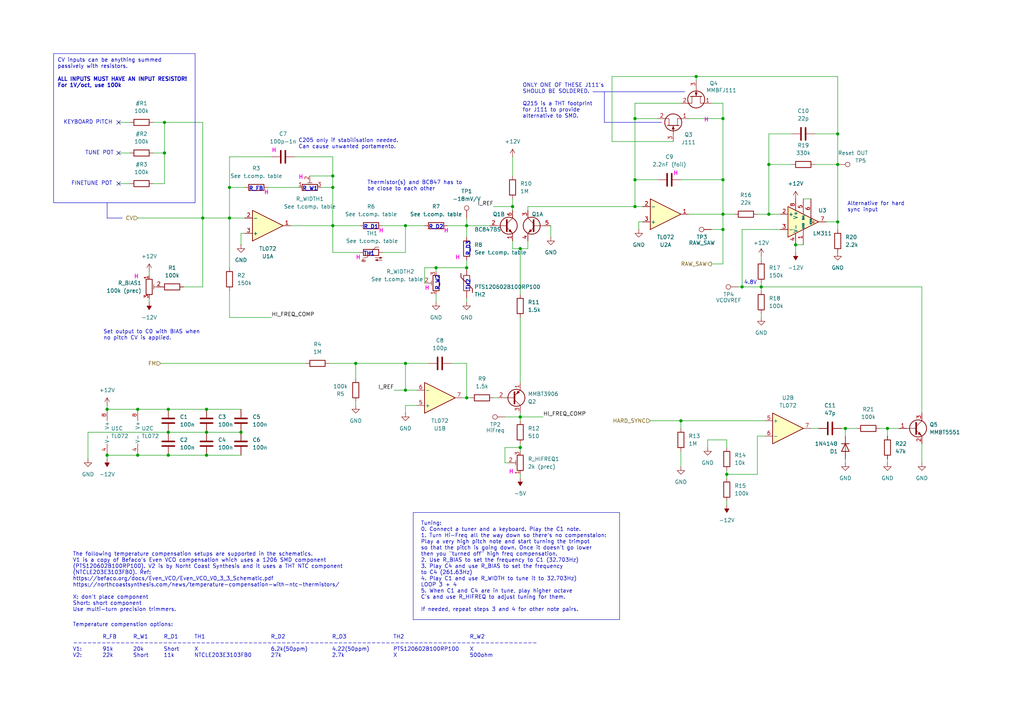
<source format=kicad_sch>
(kicad_sch (version 20250114) (generator "eeschema") (generator_version "9.0")
  (paper "User" 340 240)
  (lib_symbols
    (symbol "Amplifier_Operational:TL072" (pin_names (offset 0.127))
      (property "Reference" "U" (at 0 5.08 0))
      (property "Value" "TL072" (at 0 -5.08 0))
      (symbol "TL072_1_1"
        (pin input line (at -7.62 2.54 0) (length 2.54) (name "+") (number "3"))
        (pin input line (at -7.62 -2.54 0) (length 2.54) (name "-") (number "2"))
        (pin output line (at 7.62 0 180) (length 2.54) (name "~") (number "1"))
      )
      (symbol "TL072_2_1"
        (pin input line (at -7.62 2.54 0) (length 2.54) (name "+") (number "5"))
        (pin input line (at -7.62 -2.54 0) (length 2.54) (name "-") (number "6"))
        (pin output line (at 7.62 0 180) (length 2.54) (name "~") (number "7"))
      )
      (symbol "TL072_3_1"
        (pin power_in line (at -2.54 7.62 270) (length 3.81) (name "V+") (number "8"))
        (pin power_in line (at -2.54 -7.62 90) (length 3.81) (name "V-") (number "4"))
      )
    )
    (symbol "Comparator:LM311" (pin_names (offset 0.127))
      (property "Reference" "U" (at 3.81 6.35 0))
      (property "Value" "LM311" (at 3.81 3.81 0))
      (symbol "LM311_1_1"
        (pin input line (at -7.62 2.54 0) (length 2.54) (name "+") (number "2"))
        (pin input line (at -7.62 -2.54 0) (length 2.54) (name "-") (number "3"))
        (pin power_in line (at -2.54 7.62 270) (length 3.81) (name "V+") (number "8"))
        (pin power_in line (at -2.54 -7.62 90) (length 3.81) (name "V-") (number "4"))
        (pin input line (at 0 7.62 270) (length 5.08) (name "BAL") (number "5"))
        (pin passive line (at 0 -7.62 90) (length 5.08) (name "GND") (number "1"))
        (pin input line (at 2.54 7.62 270) (length 6.35) (name "STRB") (number "6"))
        (pin open_collector line (at 7.62 0 180) (length 2.54) (name "~") (number "7"))
      )
    )
    (symbol "Connector:TestPoint" (pin_numbers (hide yes)) (pin_names (offset 0.762) (hide yes))
      (property "Reference" "TP" (at 0 6.858 0))
      (property "Value" "TestPoint" (at 0 5.08 0))
      (symbol "TestPoint_1_1"
        (pin passive line (at 0 0 90) (length 2.54) (name "1") (number "1"))
      )
    )
    (symbol "Device:C" (pin_numbers (hide yes)) (pin_names (offset 0.254))
      (property "Reference" "C" (at 0.635 2.54 0))
      (property "Value" "C" (at 0.635 -2.54 0))
      (symbol "C_1_1"
        (pin passive line (at 0 3.81 270) (length 2.794) (name "~") (number "1"))
        (pin passive line (at 0 -3.81 90) (length 2.794) (name "~") (number "2"))
      )
    )
    (symbol "Device:D" (pin_numbers (hide yes)) (pin_names (offset 1.016) (hide yes))
      (property "Reference" "D" (at 0 2.54 0))
      (property "Value" "D" (at 0 -2.54 0))
      (symbol "D_1_1"
        (pin passive line (at -3.81 0 0) (length 2.54) (name "K") (number "1"))
        (pin passive line (at 3.81 0 180) (length 2.54) (name "A") (number "2"))
      )
    )
    (symbol "Device:R" (pin_numbers (hide yes)) (pin_names (offset 0))
      (property "Reference" "R" (at 2.032 0 90))
      (property "Value" "R" (at 0 0 90))
      (symbol "R_1_1"
        (pin passive line (at 0 3.81 270) (length 1.27) (name "~") (number "1"))
        (pin passive line (at 0 -3.81 90) (length 1.27) (name "~") (number "2"))
      )
    )
    (symbol "Device:R_Potentiometer_Trim" (pin_names (offset 1.016) (hide yes))
      (property "Reference" "RV" (at -4.445 0 90))
      (property "Value" "R_Potentiometer_Trim" (at -2.54 0 90))
      (symbol "R_Potentiometer_Trim_1_1"
        (pin passive line (at 0 3.81 270) (length 1.27) (name "1") (number "1"))
        (pin passive line (at 0 -3.81 90) (length 1.27) (name "3") (number "3"))
        (pin passive line (at 3.81 0 180) (length 1.27) (name "2") (number "2"))
      )
    )
    (symbol "Device:Thermistor" (pin_numbers (hide yes)) (pin_names (offset 0))
      (property "Reference" "TH" (at 2.54 1.27 90))
      (property "Value" "Thermistor" (at -2.54 0 90))
      (symbol "Thermistor_1_1"
        (pin passive line (at 0 5.08 270) (length 2.54) (name "~") (number "1"))
        (pin passive line (at 0 -5.08 90) (length 2.54) (name "~") (number "2"))
      )
    )
    (symbol "Device:Thermistor_NTC" (pin_numbers (hide yes)) (pin_names (offset 0))
      (property "Reference" "TH" (at -4.445 0 90))
      (property "Value" "Thermistor_NTC" (at 3.175 0 90))
      (symbol "Thermistor_NTC_1_1"
        (pin passive line (at 0 3.81 270) (length 1.27) (name "~") (number "1"))
        (pin passive line (at 0 -3.81 90) (length 1.27) (name "~") (number "2"))
      )
    )
    (symbol "Transistor_BJT:2N3906" (pin_names (offset 0) (hide yes))
      (property "Reference" "Q" (at 5.08 1.905 0))
      (property "Value" "2N3906" (at 5.08 0 0))
      (symbol "2N3906_1_1"
        (pin input line (at -5.08 0 0) (length 2.54) (name "B") (number "2"))
        (pin passive line (at 2.54 5.08 270) (length 2.54) (name "C") (number "3"))
        (pin passive line (at 2.54 -5.08 90) (length 2.54) (name "E") (number "1"))
      )
    )
    (symbol "Transistor_BJT:BC847BS" (pin_names (offset 0) (hide yes))
      (property "Reference" "Q" (at 5.08 1.27 0))
      (property "Value" "BC847BS" (at 5.08 -1.27 0))
      (symbol "BC847BS_1_1"
        (pin input line (at -5.08 0 0) (length 2.54) (name "B1") (number "2"))
        (pin passive line (at 2.54 5.08 270) (length 2.54) (name "C1") (number "6"))
        (pin passive line (at 2.54 -5.08 90) (length 2.54) (name "E1") (number "1"))
      )
      (symbol "BC847BS_2_1"
        (pin input line (at -5.08 0 0) (length 2.54) (name "B2") (number "5"))
        (pin passive line (at 2.54 5.08 270) (length 2.54) (name "C2") (number "3"))
        (pin passive line (at 2.54 -5.08 90) (length 2.54) (name "E2") (number "4"))
      )
    )
    (symbol "Transistor_BJT:MMBT5551L" (pin_names (offset 0) (hide yes))
      (property "Reference" "Q" (at 5.08 1.905 0))
      (property "Value" "MMBT5551L" (at 5.08 0 0))
      (symbol "MMBT5551L_1_1"
        (pin input line (at -5.08 0 0) (length 2.54) (name "B") (number "1"))
        (pin passive line (at 2.54 5.08 270) (length 2.54) (name "C") (number "3"))
        (pin passive line (at 2.54 -5.08 90) (length 2.54) (name "E") (number "2"))
      )
    )
    (symbol "Transistor_FET:MMBFJ111" (pin_names (hide yes))
      (property "Reference" "Q" (at 5.08 1.905 0))
      (property "Value" "MMBFJ111" (at 5.08 0 0))
      (symbol "MMBFJ111_1_1"
        (pin input line (at -5.08 0 0) (length 2.54) (name "G") (number "3"))
        (pin passive line (at 2.54 5.08 270) (length 2.54) (name "D") (number "1"))
        (pin passive line (at 2.54 -5.08 90) (length 2.54) (name "S") (number "2"))
      )
    )
    (symbol "power:+12V" (power) (pin_numbers (hide yes)) (pin_names (offset 0) (hide yes))
      (property "Value" "+12V" (at 0 3.556 0))
      (symbol "+12V_1_1"
        (pin power_in line (at 0 0 90) (length 0) (name "~") (number "1"))
      )
    )
    (symbol "power:-12V" (power) (pin_numbers (hide yes)) (pin_names (offset 0) (hide yes))
      (property "Value" "-12V" (at 0 3.556 0))
      (symbol "-12V_0_0"
        (pin power_in line (at 0 0 90) (length 0) (name "~") (number "1"))
      )
    )
    (symbol "power:-5V" (power) (pin_numbers (hide yes)) (pin_names (offset 0) (hide yes))
      (property "Value" "-5V" (at 0 3.556 0))
      (symbol "-5V_0_0"
        (pin power_in line (at 0 0 90) (length 0) (name "~") (number "1"))
      )
    )
    (symbol "power:GND" (power) (pin_numbers (hide yes)) (pin_names (offset 0) (hide yes))
      (property "Value" "GND" (at 0 -3.81 0))
      (symbol "GND_1_1"
        (pin power_in line (at 0 0 270) (length 0) (name "~") (number "1"))
      )
    )
  )
  (rectangle (start 137.16 170.18) (end 205.74 205.74) (fill (type color) (color 255 255 255 1)))
  (rectangle (start 17.78 17.78) (end 64.77 67.31))
  (text "ONLY ONE OF THESE J111's\nSHOULD BE SOLDERED.\n\nQ215 is a THT footprint\nfor J111 to provide \nalternative to SMD." (at 173.482 33.528 0) (effects (font (size 1.27 1.27)) (justify left)))
  (text "R_W2" (at 146.05 96.52 90) (effects (font (size 1.27 1.27) (thickness 0.254) (bold yes)) (justify left bottom)))
  (text "H" (at 223.52 58.42 0) (effects (font (size 1.27 1.27) (thickness 0.254) (bold yes)) (justify left bottom)))
  (text "TH2" (at 156.21 96.52 90) (effects (font (size 1.27 1.27) (thickness 0.254) (bold yes)) (justify left bottom)))
  (text "H" (at 151.13 86.36 0) (effects (font (size 1.27 1.27) (thickness 0.254) (bold yes)) (justify left bottom)))
  (text "Tuning:\n0. Connect a tuner and a keyboard. Play the C1 note. \n1. Turn Hi-Freq all the way down so there's no compenstaion:\nPlay a very high pitch note and start turning the trimpot\nso that the pitch is going down. Once it doesn't go lower\nthen you \"turned off\" high freq compensation.\n2. Use R_BIAS to set the frequency to C1 (32.703Hz)\n3. Play C4 and use R_BIAS to set the frequency \nto C4 (261.63Hz)\n4. Play C1 and use R_WIDTH to tune it to 32.703Hz)\nLOOP 3 + 4\n5. When C1 and C4 are in tune, play higher octave \nC's and use R_HIFREQ to adjust tuning for them.\n\nIf needed, repeat steps 3 and 4 for other note pairs." (at 139.7 203.2 0) (effects (font (size 1.27 1.27)) (justify left bottom)))
  (text "R_W1" (at 100.33 63.5 0) (effects (font (size 1.27 1.27) (thickness 0.254) (bold yes)) (justify left bottom)))
  (text "C205 only if stabilisation needed.\nCan cause unwanted portamento." (at 99.06 49.53 0) (effects (font (size 1.27 1.27)) (justify left bottom)))
  (text "Thermistor(s) and BC847 has to \nbe close to each other" (at 121.92 63.5 0) (effects (font (size 1.27 1.27)) (justify left bottom)))
  (text "ALL INPUTS MUST HAVE AN INPUT RESISTOR!\nFor 1V/oct, use 100k" (at 19.05 29.21 0) (effects (font (size 1.27 1.27) (thickness 0.254) (bold yes)) (justify left bottom)))
  (text "H" (at 125.73 77.47 0) (effects (font (size 1.27 1.27) (thickness 0.254) (bold yes)) (justify left bottom)))
  (text "Alternative for hard \nsync input" (at 281.305 70.485 0) (effects (font (size 1.27 1.27)) (justify left bottom)))
  (text "Temperature compenstion options:\n\n		R_FB	R_W1	R_D1	TH1					R_D2			R_D3			TH2					R_W2\n--------------------------------------------------------------------------------------------------\nV1: 	91k		20k		Short	X					6.2k(50ppm)		4.22(50ppm)		PTS120602B100RP100	X\nV2: 	22k		Short	11k		NTCLE203E3103FB0	27k				2.7k			X					500ohm\n" (at 24.13 218.44 0) (effects (font (size 1.27 1.27)) (justify left bottom)))
  (text "CV inputs can be anything summed \npassively with resistors.\n" (at 19.05 22.86 0) (effects (font (size 1.27 1.27) (thickness 0.1588)) (justify left bottom)))
  (text "KEYBOARD PITCH" (at 29.21 40.64 0) (effects (font (size 1.27 1.27))))
  (text "H" (at 147.32 77.47 0) (effects (font (size 1.27 1.27) (thickness 0.254) (bold yes)) (justify left bottom)))
  (text "H" (at 168.91 157.48 0) (effects (font (size 1.27 1.27) (thickness 0.254) (bold yes)) (justify left bottom)))
  (text "TUNE POT" (at 33.02 50.8 0) (effects (font (size 1.27 1.27))))
  (text "The following temperature compensation setups are supported in the schematics.\nV1 is a copy of Befaco's Even VCO compensation which uses a 1206 SMD component \n(PTS120602B100RP100). V2 is by Norht Coast Synthesis and it uses a THT NTC component \n(NTCLE203E3103FB0). Ref:\nhttps://befaco.org/docs/Even_VCO/Even_VCO_V0_3_3_Schematic.pdf\nhttps://northcoastsynthesis.com/news/temperature-compensation-with-ntc-thermistors/\n\nX: don't place component\nShort: short component\nUse multi-turn precision trimmers." (at 24.13 203.2 0) (effects (font (size 1.27 1.27)) (justify left bottom)))
  (text "TH1" (at 120.65 85.09 0) (effects (font (size 1.27 1.27) (thickness 0.254) (bold yes)) (justify left bottom)))
  (text "R_FB" (at 82.55 63.5 0) (effects (font (size 1.27 1.27) (thickness 0.254) (bold yes)) (justify left bottom)))
  (text "H" (at 99.06 59.69 0) (effects (font (size 1.27 1.27) (thickness 0.254) (bold yes)) (justify left bottom)))
  (text "H" (at 233.68 40.64 0) (effects (font (size 1.27 1.27) (thickness 0.254) (bold yes)) (justify left bottom)))
  (text "FINETUNE POT" (at 30.48 60.96 0) (effects (font (size 1.27 1.27))))
  (text "H" (at 44.45 92.71 0) (effects (font (size 1.27 1.27) (thickness 0.254) (bold yes)) (justify left bottom)))
  (text "R_D3" (at 156.21 85.09 90) (effects (font (size 1.27 1.27) (thickness 0.254) (bold yes)) (justify left bottom)))
  (text "R_D1" (at 120.65 76.2 0) (effects (font (size 1.27 1.27) (thickness 0.254) (bold yes)) (justify left bottom)))
  (text "Set output to C0 with BIAS when\nno pitch CV is applied." (at 34.29 113.03 0) (effects (font (size 1.27 1.27)) (justify left bottom)))
  (text "H" (at 118.11 86.36 0) (effects (font (size 1.27 1.27) (thickness 0.254) (bold yes)) (justify left bottom)))
  (text "R_D2" (at 142.24 76.2 0) (effects (font (size 1.27 1.27) (thickness 0.254) (bold yes)) (justify left bottom)))
  (text "H" (at 90.17 50.8 0) (effects (font (size 1.27 1.27) (thickness 0.254) (bold yes)) (justify left bottom)))
  (text "H" (at 87.63 64.77 0) (effects (font (size 1.27 1.27) (thickness 0.254) (bold yes)) (justify left bottom)))
  (text "H" (at 140.97 96.52 0) (effects (font (size 1.27 1.27) (thickness 0.254) (bold yes)) (justify left bottom)))
  (text "4.8V" (at 247.015 94.615 0) (effects (font (size 1.27 1.27)) (justify left bottom)))
  (junction (at 80.01 143.51))
  (junction (at 172.72 138.43))
  (junction (at 45.72 151.13))
  (junction (at 55.88 135.89))
  (junction (at 134.62 129.54))
  (junction (at 154.94 88.9))
  (junction (at 240.03 59.69))
  (junction (at 55.88 143.51))
  (junction (at 172.72 148.59))
  (junction (at 35.56 135.89))
  (junction (at 170.18 68.58))
  (junction (at 280.67 142.24))
  (junction (at 240.03 71.12))
  (junction (at 68.58 151.13))
  (junction (at 35.56 151.13))
  (junction (at 252.73 95.25))
  (junction (at 241.3 157.48))
  (junction (at 67.31 72.39))
  (junction (at 110.49 62.23))
  (junction (at 278.13 44.45))
  (junction (at 172.72 82.55))
  (junction (at 231.14 25.4))
  (junction (at 246.38 95.25))
  (junction (at 240.03 39.37))
  (junction (at 110.49 58.42))
  (junction (at 68.58 135.89))
  (junction (at 226.06 139.7))
  (junction (at 154.94 74.93))
  (junction (at 294.64 142.24))
  (junction (at 210.82 59.69))
  (junction (at 210.82 39.37))
  (junction (at 134.62 74.93))
  (junction (at 134.62 120.65))
  (junction (at 278.13 73.66))
  (junction (at 76.2 62.23))
  (junction (at 54.61 40.64))
  (junction (at 54.61 50.8))
  (junction (at 240.03 76.2))
  (junction (at 68.58 143.51))
  (junction (at 76.2 72.39))
  (junction (at 110.49 74.93))
  (junction (at 55.88 151.13))
  (junction (at 144.78 88.9))
  (junction (at 278.13 54.61))
  (junction (at 210.82 68.58))
  (junction (at 255.27 71.12))
  (junction (at 154.94 132.08))
  (junction (at 264.16 81.28))
  (junction (at 45.72 135.89))
  (junction (at 255.27 54.61))
  (junction (at 118.11 120.65))
  (no_connect (at 39.37 40.64))
  (no_connect (at 39.37 50.8))
  (no_connect (at 39.37 60.96))
  (wire (pts (xy 215.9 139.7) (xy 226.06 139.7)))
  (wire (pts (xy 241.3 157.48) (xy 251.46 157.48)))
  (wire (pts (xy 252.73 85.09) (xy 252.73 86.36)))
  (wire (pts (xy 76.2 72.39) (xy 76.2 88.9)))
  (wire (pts (xy 294.64 142.24) (xy 294.64 144.78)))
  (wire (pts (xy 210.82 59.69) (xy 210.82 68.58)))
  (wire (pts (xy 54.61 60.96) (xy 50.8 60.96)))
  (wire (pts (xy 68.58 143.51) (xy 80.01 143.51)))
  (wire (pts (xy 142.24 120.65) (xy 134.62 120.65)))
  (wire (pts (xy 49.53 99.06) (xy 49.53 100.33)))
  (wire (pts (xy 175.26 69.85) (xy 175.26 68.58)))
  (wire (pts (xy 255.27 54.61) (xy 255.27 71.12)))
  (wire (pts (xy 154.94 120.65) (xy 154.94 132.08)))
  (wire (pts (xy 278.13 54.61) (xy 278.13 73.66)))
  (wire (pts (xy 240.03 76.2) (xy 240.03 87.63)))
  (wire (pts (xy 212.09 73.66) (xy 212.09 76.2)))
  (wire (pts (xy 234.95 146.05) (xy 241.3 146.05)))
  (wire (pts (xy 240.03 87.63) (xy 236.22 87.63)))
  (wire (pts (xy 76.2 105.41) (xy 76.2 96.52)))
  (wire (pts (xy 110.49 58.42) (xy 110.49 62.23)))
  (wire (pts (xy 168.91 153.67) (xy 167.64 153.67)))
  (wire (pts (xy 294.64 152.4) (xy 294.64 153.67)))
  (wire (pts (xy 67.31 72.39) (xy 67.31 95.25)))
  (wire (pts (xy 163.83 132.08) (xy 165.1 132.08)))
  (wire (pts (xy 110.49 52.07) (xy 110.49 58.42)))
  (wire (pts (xy 140.97 93.98) (xy 140.97 88.9)))
  (wire (pts (xy 110.49 83.82) (xy 110.49 74.93)))
  (wire (pts (xy 102.87 58.42) (xy 110.49 58.42)))
  (wire (pts (xy 35.56 151.13) (xy 35.56 152.4)))
  (wire (pts (xy 170.18 68.58) (xy 170.18 69.85)))
  (wire (pts (xy 134.62 134.62) (xy 134.62 137.16)))
  (wire (pts (xy 45.72 72.39) (xy 67.31 72.39)))
  (wire (pts (xy 54.61 50.8) (xy 54.61 60.96)))
  (wire (pts (xy 280.67 142.24) (xy 280.67 144.78)))
  (wire (pts (xy 167.64 148.59) (xy 172.72 148.59)))
  (wire (pts (xy 251.46 71.12) (xy 255.27 71.12)))
  (wire (pts (xy 96.52 74.93) (xy 110.49 74.93)))
  (wire (pts (xy 226.06 149.86) (xy 226.06 154.94)))
  (wire (pts (xy 213.36 73.66) (xy 212.09 73.66)))
  (wire (pts (xy 241.3 167.64) (xy 241.3 166.37)))
  (wire (pts (xy 154.94 72.39) (xy 154.94 74.93)))
  (wire (pts (xy 154.94 132.08) (xy 156.21 132.08)))
  (wire (pts (xy 270.51 44.45) (xy 278.13 44.45)))
  (wire (pts (xy 154.94 86.36) (xy 154.94 88.9)))
  (wire (pts (xy 240.03 34.29) (xy 240.03 39.37)))
  (wire (pts (xy 172.72 105.41) (xy 172.72 127)))
  (wire (pts (xy 67.31 40.64) (xy 67.31 72.39)))
  (wire (pts (xy 170.18 66.04) (xy 170.18 68.58)))
  (wire (pts (xy 154.94 74.93) (xy 162.56 74.93)))
  (wire (pts (xy 172.72 147.32) (xy 172.72 148.59)))
  (wire (pts (xy 76.2 52.07) (xy 76.2 62.23)))
  (wire (pts (xy 252.73 104.14) (xy 252.73 105.41)))
  (wire (pts (xy 76.2 72.39) (xy 81.28 72.39)))
  (wire (pts (xy 236.22 34.29) (xy 240.03 34.29)))
  (wire (pts (xy 80.01 77.47) (xy 80.01 81.28)))
  (wire (pts (xy 240.03 71.12) (xy 243.84 71.12)))
  (wire (pts (xy 118.11 134.62) (xy 118.11 133.35)))
  (wire (pts (xy 172.72 148.59) (xy 172.72 149.86)))
  (wire (pts (xy 88.9 62.23) (xy 99.06 62.23)))
  (wire (pts (xy 154.94 74.93) (xy 154.94 78.74)))
  (wire (pts (xy 210.82 39.37) (xy 218.44 39.37)))
  (wire (pts (xy 119.38 83.82) (xy 110.49 83.82)))
  (wire (pts (xy 170.18 82.55) (xy 172.72 82.55)))
  (wire (pts (xy 134.62 120.65) (xy 134.62 129.54)))
  (wire (pts (xy 134.62 74.93) (xy 140.97 74.93)))
  (wire (pts (xy 170.18 52.07) (xy 170.18 58.42)))
  (wire (pts (xy 49.53 90.17) (xy 49.53 91.44)))
  (wire (pts (xy 167.64 138.43) (xy 172.72 138.43)))
  (wire (pts (xy 246.38 76.2) (xy 246.38 95.25)))
  (wire (pts (xy 240.03 71.12) (xy 228.6 71.12)))
  (wire (pts (xy 306.07 147.32) (xy 306.07 153.67)))
  (wire (pts (xy 76.2 62.23) (xy 76.2 72.39)))
  (wire (pts (xy 172.72 157.48) (xy 172.72 158.75)))
  (wire (pts (xy 127 83.82) (xy 134.62 83.82)))
  (wire (pts (xy 29.21 152.4) (xy 29.21 143.51)))
  (wire (pts (xy 210.82 39.37) (xy 210.82 59.69)))
  (wire (pts (xy 306.07 95.25) (xy 306.07 137.16)))
  (wire (pts (xy 236.22 76.2) (xy 240.03 76.2)))
  (wire (pts (xy 110.49 74.93) (xy 119.38 74.93)))
  (wire (pts (xy 241.3 157.48) (xy 241.3 158.75)))
  (wire (pts (xy 223.52 46.99) (xy 203.2 46.99)))
  (wire (pts (xy 246.38 76.2) (xy 259.08 76.2)))
  (wire (pts (xy 264.16 81.28) (xy 266.7 81.28)))
  (wire (pts (xy 255.27 44.45) (xy 255.27 54.61)))
  (wire (pts (xy 127 74.93) (xy 134.62 74.93)))
  (wire (pts (xy 154.94 99.06) (xy 154.94 100.33)))
  (wire (pts (xy 109.22 120.65) (xy 118.11 120.65)))
  (wire (pts (xy 90.17 52.07) (xy 76.2 52.07)))
  (wire (pts (xy 134.62 129.54) (xy 138.43 129.54)))
  (wire (pts (xy 144.78 88.9) (xy 154.94 88.9)))
  (wire (pts (xy 231.14 25.4) (xy 278.13 25.4)))
  (wire (pts (xy 278.13 44.45) (xy 278.13 54.61)))
  (wire (pts (xy 271.78 142.24) (xy 269.24 142.24)))
  (wire (pts (xy 130.81 129.54) (xy 134.62 129.54)))
  (wire (pts (xy 67.31 72.39) (xy 76.2 72.39)))
  (wire (pts (xy 118.11 120.65) (xy 134.62 120.65)))
  (wire (pts (xy 134.62 83.82) (xy 134.62 74.93)))
  (wire (pts (xy 226.06 59.69) (xy 240.03 59.69)))
  (wire (pts (xy 54.61 40.64) (xy 54.61 50.8)))
  (wire (pts (xy 172.72 138.43) (xy 180.34 138.43)))
  (wire (pts (xy 68.58 151.13) (xy 80.01 151.13)))
  (wire (pts (xy 228.6 39.37) (xy 240.03 39.37)))
  (polyline (pts (xy 200.66 30.48) (xy 200.66 40.64)))
  (wire (pts (xy 172.72 82.55) (xy 175.26 82.55)))
  (wire (pts (xy 172.72 137.16) (xy 172.72 138.43)))
  (wire (pts (xy 167.64 153.67) (xy 167.64 148.59)))
  (wire (pts (xy 60.96 95.25) (xy 67.31 95.25)))
  (wire (pts (xy 252.73 95.25) (xy 306.07 95.25)))
  (wire (pts (xy 55.88 143.51) (xy 68.58 143.51)))
  (wire (pts (xy 240.03 39.37) (xy 240.03 59.69)))
  (wire (pts (xy 279.4 142.24) (xy 280.67 142.24)))
  (wire (pts (xy 29.21 143.51) (xy 55.88 143.51)))
  (wire (pts (xy 203.2 25.4) (xy 231.14 25.4)))
  (wire (pts (xy 175.26 80.01) (xy 175.26 82.55)))
  (wire (pts (xy 54.61 40.64) (xy 67.31 40.64)))
  (wire (pts (xy 246.38 95.25) (xy 252.73 95.25)))
  (wire (pts (xy 39.37 60.96) (xy 43.18 60.96)))
  (wire (pts (xy 251.46 144.78) (xy 254 144.78)))
  (wire (pts (xy 240.03 59.69) (xy 240.03 71.12)))
  (wire (pts (xy 144.78 97.79) (xy 144.78 100.33)))
  (wire (pts (xy 45.72 151.13) (xy 55.88 151.13)))
  (wire (pts (xy 210.82 68.58) (xy 213.36 68.58)))
  (wire (pts (xy 245.11 95.25) (xy 246.38 95.25)))
  (wire (pts (xy 81.28 62.23) (xy 76.2 62.23)))
  (wire (pts (xy 68.58 135.89) (xy 80.01 135.89)))
  (wire (pts (xy 50.8 40.64) (xy 54.61 40.64)))
  (wire (pts (xy 35.56 151.13) (xy 45.72 151.13)))
  (wire (pts (xy 262.89 44.45) (xy 255.27 44.45)))
  (wire (pts (xy 280.67 153.67) (xy 280.67 152.4)))
  (wire (pts (xy 144.78 88.9) (xy 144.78 90.17)))
  (wire (pts (xy 262.89 54.61) (xy 255.27 54.61)))
  (wire (pts (xy 241.3 156.21) (xy 241.3 157.48)))
  (wire (pts (xy 292.1 142.24) (xy 294.64 142.24)))
  (wire (pts (xy 175.26 68.58) (xy 210.82 68.58)))
  (wire (pts (xy 278.13 73.66) (xy 274.32 73.66)))
  (wire (pts (xy 234.95 148.59) (xy 234.95 146.05)))
  (wire (pts (xy 240.03 71.12) (xy 240.03 76.2)))
  (wire (pts (xy 252.73 96.52) (xy 252.73 95.25)))
  (wire (pts (xy 210.82 34.29) (xy 210.82 39.37)))
  (wire (pts (xy 50.8 50.8) (xy 54.61 50.8)))
  (polyline (pts (xy 196.85 30.48) (xy 227.33 30.48)))
  (wire (pts (xy 110.49 62.23) (xy 106.68 62.23)))
  (wire (pts (xy 226.06 139.7) (xy 254 139.7)))
  (wire (pts (xy 294.64 142.24) (xy 298.45 142.24)))
  (wire (pts (xy 149.86 120.65) (xy 154.94 120.65)))
  (wire (pts (xy 170.18 80.01) (xy 170.18 82.55)))
  (wire (pts (xy 182.88 74.93) (xy 182.88 78.74)))
  (wire (pts (xy 110.49 74.93) (xy 110.49 62.23)))
  (wire (pts (xy 39.37 40.64) (xy 43.18 40.64)))
  (wire (pts (xy 35.56 135.89) (xy 45.72 135.89)))
  (wire (pts (xy 39.37 50.8) (xy 43.18 50.8)))
  (wire (pts (xy 45.72 135.89) (xy 55.88 135.89)))
  (polyline (pts (xy 35.56 67.31) (xy 35.56 72.39)))
  (wire (pts (xy 138.43 134.62) (xy 134.62 134.62)))
  (wire (pts (xy 226.06 139.7) (xy 226.06 142.24)))
  (wire (pts (xy 241.3 146.05) (xy 241.3 148.59)))
  (wire (pts (xy 203.2 46.99) (xy 203.2 25.4)))
  (wire (pts (xy 81.28 77.47) (xy 80.01 77.47)))
  (wire (pts (xy 264.16 83.82) (xy 264.16 81.28)))
  (wire (pts (xy 153.67 132.08) (xy 154.94 132.08)))
  (wire (pts (xy 252.73 93.98) (xy 252.73 95.25)))
  (wire (pts (xy 255.27 71.12) (xy 259.08 71.12)))
  (wire (pts (xy 270.51 54.61) (xy 278.13 54.61)))
  (wire (pts (xy 140.97 88.9) (xy 144.78 88.9)))
  (wire (pts (xy 118.11 120.65) (xy 118.11 125.73)))
  (wire (pts (xy 172.72 82.55) (xy 172.72 97.79)))
  (wire (pts (xy 35.56 134.62) (xy 35.56 135.89)))
  (wire (pts (xy 148.59 74.93) (xy 154.94 74.93)))
  (wire (pts (xy 251.46 157.48) (xy 251.46 144.78)))
  (wire (pts (xy 90.17 105.41) (xy 76.2 105.41)))
  (wire (pts (xy 231.14 25.4) (xy 231.14 26.67)))
  (polyline (pts (xy 40.64 72.39) (xy 35.56 72.39)))
  (wire (pts (xy 218.44 59.69) (xy 210.82 59.69)))
  (wire (pts (xy 172.72 138.43) (xy 172.72 139.7)))
  (wire (pts (xy 266.7 66.04) (xy 269.24 66.04)))
  (wire (pts (xy 55.88 151.13) (xy 68.58 151.13)))
  (wire (pts (xy 280.67 142.24) (xy 284.48 142.24)))
  (wire (pts (xy 210.82 34.29) (xy 226.06 34.29)))
  (wire (pts (xy 53.34 120.65) (xy 101.6 120.65)))
  (wire (pts (xy 163.83 68.58) (xy 170.18 68.58)))
  (wire (pts (xy 55.88 135.89) (xy 68.58 135.89)))
  (wire (pts (xy 97.79 52.07) (xy 110.49 52.07)))
  (wire (pts (xy 278.13 73.66) (xy 278.13 76.2)))
  (polyline (pts (xy 200.66 40.64) (xy 219.71 40.64)))
  (wire (pts (xy 278.13 44.45) (xy 278.13 25.4)))
  (label "I_REF" (at 163.83 68.58 180))
  (label "HI_FREQ_COMP" (at 90.17 105.41 0))
  (label "HI_FREQ_COMP" (at 180.34 138.43 0))
  (label "I_REF" (at 130.81 129.54 180))
  (hierarchical_label "RAW_SAW" (shape output) (at 236.22 87.63 180))
  (hierarchical_label "HARD_SYNC" (shape input) (at 215.9 139.7 180))
  (hierarchical_label "FM" (shape input) (at 53.34 120.65 180))
  (hierarchical_label "CV" (shape input) (at 45.72 72.39 180))
  (symbol (lib_id "Device:C") (at 55.88 139.7 0) (unit 1)
    (property "Reference" "C1" (at 59.69 138.43 0) (effects (justify left)))
    (property "Value" "100n" (at 59.69 140.97 0) (effects (justify left)))
    (property "Footprint" "Capacitor_SMD:C_0603_1608Metric" (effects (hide yes)))
    (property "LCSC" "C14663" (effects (hide yes)))
  )
  (symbol (lib_id "power:+12V") (at 49.53 90.17 0) (unit 1)
    (property "Reference" "#PWR05" (effects (hide yes)))
    (property "Value" "+12V" (at 49.53 85.09 0))
    (property "Description" "Power symbol creates a global label with name \"+12V\"" (effects (hide yes)))
  )
  (symbol (lib_id "Transistor_BJT:MMBT5551L") (at 303.53 142.24 0) (unit 1)
    (property "Reference" "Q5" (at 308.61 140.9699 0) (effects (justify left)))
    (property "Value" "MMBT5551" (at 308.61 143.5099 0) (effects (justify left)))
    (property "Footprint" "Package_TO_SOT_SMD:SOT-23" (effects (hide yes)))
    (property "Datasheet" "www.onsemi.com/pub/Collateral/MMBT5550LT1-D.PDF" (effects (hide yes)))
    (property "Description" "0.6A Ic, 160V Vce, NPN Transistor, SOT-23" (effects (hide yes)))
    (property "LCSC" "C2145" (effects (hide yes)))
  )
  (symbol (lib_id "Device:R") (at 144.78 74.93 90) (unit 1) (in_bom no)
    (property "Reference" "R7" (at 144.78 68.58 90))
    (property "Value" "See t.comp. table" (at 144.78 71.12 90))
    (property "Footprint" "Shmoergh_Custom_Footprints:R_Axial_DIN0207_L6.3mm_D2.5mm_P7.62mm_Horizontal" (effects (hide yes)))
    (property "Hestore" "https://www.hestore.hu/prod_10020536.html" (effects (hide yes)))
  )
  (symbol (lib_id "Device:C") (at 55.88 147.32 0) (unit 1)
    (property "Reference" "C2" (at 59.69 146.05 0) (effects (justify left)))
    (property "Value" "100n" (at 59.69 148.59 0) (effects (justify left)))
    (property "Footprint" "Capacitor_SMD:C_0603_1608Metric" (effects (hide yes)))
    (property "LCSC" "C14663" (effects (hide yes)))
  )
  (symbol (lib_id "Connector:TestPoint") (at 278.13 54.61 270) (unit 1) (in_bom no)
    (property "Reference" "TP5" (at 285.75 53.34 90))
    (property "Value" "Reset OUT" (at 283.21 50.8 90))
    (property "Footprint" "TestPoint:TestPoint_THTPad_2.0x2.0mm_Drill1.0mm" (effects (hide yes)))
  )
  (symbol (lib_id "power:GND") (at 29.21 152.4 0) (unit 1)
    (property "Reference" "#PWR02" (effects (hide yes)))
    (property "Value" "GND" (at 29.21 157.48 0))
    (property "Description" "Power symbol creates a global label with name \"GND\" , ground" (effects (hide yes)))
  )
  (symbol (lib_id "Device:C") (at 275.59 142.24 90) (unit 1)
    (property "Reference" "C11" (at 275.59 134.62 90))
    (property "Value" "47p" (at 275.59 137.16 90))
    (property "Footprint" "Capacitor_SMD:C_0603_1608Metric" (effects (hide yes)))
    (property "LCSC" "C1671" (effects (hide yes)))
  )
  (symbol (lib_id "Device:C") (at 68.58 139.7 0) (unit 1)
    (property "Reference" "C3" (at 72.39 138.43 0) (effects (justify left)))
    (property "Value" "100n" (at 72.39 140.97 0) (effects (justify left)))
    (property "Footprint" "Capacitor_SMD:C_0603_1608Metric" (effects (hide yes)))
    (property "LCSC" "C14663" (effects (hide yes)))
  )
  (symbol (lib_id "Transistor_BJT:BC847BS") (at 177.8 74.93 0) (mirror y) (unit 2)
    (property "Reference" "Q1" (at 167.64 71.12 0) (effects (justify left)))
    (property "Value" "BC847BS" (at 166.37 76.2 0) (effects (justify left)))
    (property "Footprint" "Package_TO_SOT_SMD:SOT-363_SC-70-6" (effects (hide yes)))
    (property "Datasheet" "https://assets.nexperia.com/documents/data-sheet/BC847BS.pdf" (effects (hide yes)))
    (property "Description" "100mA IC, 45V Vce, Dual NPN/NPN Transistors, SOT-363" (effects (hide yes)))
    (property "Vendor" "JLCPCB" (effects (hide yes)))
    (property "LCSC" "C5380687" (effects (hide yes)))
  )
  (symbol (lib_id "power:GND") (at 154.94 100.33 0) (unit 1)
    (property "Reference" "#PWR011" (effects (hide yes)))
    (property "Value" "GND" (at 154.94 105.41 0))
    (property "Description" "Power symbol creates a global label with name \"GND\" , ground" (effects (hide yes)))
  )
  (symbol (lib_id "Device:R") (at 252.73 90.17 180) (unit 1)
    (property "Reference" "R17" (at 255.27 88.9 0) (effects (justify right)))
    (property "Value" "150k" (at 255.27 91.44 0) (effects (justify right)))
    (property "Footprint" "Resistor_SMD:R_0603_1608Metric" (effects (hide yes)))
    (property "LCSC" "C22807" (effects (hide yes)))
  )
  (symbol (lib_id "power:GND") (at 182.88 78.74 0) (unit 1)
    (property "Reference" "#PWR014" (effects (hide yes)))
    (property "Value" "GND" (at 182.88 83.82 0))
    (property "Description" "Power symbol creates a global label with name \"GND\" , ground" (effects (hide yes)))
  )
  (symbol (lib_id "Device:R") (at 247.65 71.12 90) (unit 1)
    (property "Reference" "R16" (at 247.65 64.77 90))
    (property "Value" "22k" (at 247.65 67.31 90))
    (property "Footprint" "Resistor_SMD:R_0603_1608Metric" (effects (hide yes)))
    (property "LCSC" "C31850" (effects (hide yes)))
  )
  (symbol (lib_id "Device:R_Potentiometer_Trim") (at 172.72 153.67 180) (unit 1) (in_bom no)
    (property "Reference" "R_HIFREQ1" (at 175.26 152.3999 0) (effects (justify right)))
    (property "Value" "2k (prec)" (at 175.26 154.9399 0) (effects (justify right)))
    (property "Footprint" "Potentiometer_THT:Potentiometer_Bourns_3006P_Horizontal" (effects (hide yes)))
    (property "Arwill" "https://arwill.hu/termekek/passziv-alkatreszek/trimmer-potmeterek/7401/2-2k-helitrimmer-potmeter-198436/" (effects (hide yes)))
  )
  (symbol (lib_id "Device:R") (at 118.11 129.54 180) (unit 1)
    (property "Reference" "R5" (at 113.03 130.81 0))
    (property "Value" "100k" (at 113.03 128.27 0))
    (property "Footprint" "Resistor_SMD:R_0603_1608Metric" (effects (hide yes)))
    (property "LCSC" "C25803" (effects (hide yes)))
  )
  (symbol (lib_id "Device:R_Potentiometer_Trim") (at 102.87 62.23 90) (unit 1) (in_bom no)
    (property "Reference" "R_WIDTH1" (at 102.87 66.04 90))
    (property "Value" "See t.comp. table" (at 102.87 68.58 90))
    (property "Footprint" "Potentiometer_THT:Potentiometer_Bourns_3006P_Horizontal" (effects (hide yes)))
    (property "Arwill" "https://arwill.hu/termekek/passziv-alkatreszek/trimmer-potmeterek/7401/20k-helitrimmer-potmeter-850118/" (effects (hide yes)))
  )
  (symbol (lib_id "Device:R_Potentiometer_Trim") (at 49.53 95.25 0) (unit 1) (in_bom no)
    (property "Reference" "R_BIAS1" (at 46.99 93.9799 0) (effects (justify right)))
    (property "Value" "100k (prec)" (at 46.99 96.5199 0) (effects (justify right)))
    (property "Footprint" "Potentiometer_THT:Potentiometer_Bourns_3006P_Horizontal" (effects (hide yes)))
    (property "Arwill" "https://arwill.hu/termekek/passziv-alkatreszek/trimmer-potmeterek/7401/2-2k-helitrimmer-potmeter-198436/" (effects (hide yes)))
  )
  (symbol (lib_id "Device:R") (at 154.94 82.55 0) (unit 1) (in_bom no)
    (property "Reference" "R8" (at 157.48 81.28 0) (effects (justify left)))
    (property "Value" "See t.comp. table" (at 157.48 83.82 0) (effects (justify left)))
    (property "Footprint" "Shmoergh_Custom_Footprints:R_Axial_DIN0207_L6.3mm_D2.5mm_P7.62mm_Horizontal" (effects (hide yes)))
    (property "Hestore" "https://www.hestore.hu/prod_10034264.html" (effects (hide yes)))
    (property "Mouser" "https://hu.mouser.com/ProductDetail/YAGEO/MFR50SFTE52-4R22?qs=UFD7vfw3J8rJKelB1vtMtA%3D%3D" (effects (hide yes)))
  )
  (symbol (lib_id "Amplifier_Operational:TL072") (at 48.26 143.51 0) (unit 3)
    (property "Reference" "U2" (at 46.99 142.24 0) (effects (justify left)))
    (property "Value" "TL072" (at 46.99 144.78 0) (effects (justify left)))
    (property "Footprint" "Package_SO:SOIC-8_3.9x4.9mm_P1.27mm" (effects (hide yes)))
    (property "Datasheet" "http://www.ti.com/lit/ds/symlink/tl071.pdf" (effects (hide yes)))
    (property "LCSC" "C6961" (effects (hide yes)))
  )
  (symbol (lib_id "Device:R") (at 241.3 152.4 0) (unit 1)
    (property "Reference" "R14" (at 243.84 151.13 0) (effects (justify left)))
    (property "Value" "10k" (at 243.84 153.67 0) (effects (justify left)))
    (property "Footprint" "Resistor_SMD:R_0603_1608Metric" (effects (hide yes)))
    (property "LCSC" "C25804" (effects (hide yes)))
  )
  (symbol (lib_id "Device:R") (at 172.72 143.51 0) (unit 1)
    (property "Reference" "R12" (at 175.26 142.24 0) (effects (justify left)))
    (property "Value" "510" (at 175.26 144.78 0) (effects (justify left)))
    (property "Footprint" "Resistor_SMD:R_0603_1608Metric" (effects (hide yes)))
    (property "LCSC" "C23193" (effects (hide yes)))
  )
  (symbol (lib_id "power:-12V") (at 35.56 152.4 180) (unit 1)
    (property "Reference" "#PWR04" (effects (hide yes)))
    (property "Value" "-12V" (at 35.56 157.48 0))
    (property "Description" "Power symbol creates a global label with name \"-12V\"" (effects (hide yes)))
  )
  (symbol (lib_id "Device:R") (at 85.09 62.23 90) (unit 1) (in_bom no)
    (property "Reference" "R3" (at 85.09 55.88 90))
    (property "Value" "See t.comp. table" (at 85.09 58.42 90))
    (property "Footprint" "Shmoergh_Custom_Footprints:R_Axial_DIN0207_L6.3mm_D2.5mm_P7.62mm_Horizontal" (effects (hide yes)))
    (property "Hestore" "https://www.hestore.hu/prod_10020570.html" (effects (hide yes)))
  )
  (symbol (lib_id "Connector:TestPoint") (at 167.64 138.43 90) (unit 1) (in_bom no)
    (property "Reference" "TP2" (at 164.465 140.97 90))
    (property "Value" "HiFreq" (at 164.465 142.875 90))
    (property "Footprint" "TestPoint:TestPoint_THTPad_2.0x2.0mm_Drill1.0mm" (effects (hide yes)))
  )
  (symbol (lib_id "power:+12V") (at 170.18 52.07 0) (unit 1)
    (property "Reference" "#PWR012" (effects (hide yes)))
    (property "Value" "+12V" (at 170.18 46.99 0))
    (property "Description" "Power symbol creates a global label with name \"+12V\"" (effects (hide yes)))
  )
  (symbol (lib_id "power:-12V") (at 241.3 167.64 180) (unit 1)
    (property "Reference" "#PWR018" (effects (hide yes)))
    (property "Value" "-12V" (at 241.3 172.72 0))
    (property "Description" "Power symbol creates a global label with name \"-12V\"" (effects (hide yes)))
  )
  (symbol (lib_id "power:-12V") (at 264.16 83.82 180) (unit 1)
    (property "Reference" "#PWR022" (effects (hide yes)))
    (property "Value" "-12V" (at 264.16 88.9 0))
    (property "Description" "Power symbol creates a global label with name \"-12V\"" (effects (hide yes)))
  )
  (symbol (lib_id "Device:C") (at 146.05 120.65 90) (unit 1)
    (property "Reference" "C8" (at 146.05 113.03 90))
    (property "Value" "100p" (at 146.05 115.57 90))
    (property "Footprint" "Capacitor_SMD:C_0603_1608Metric" (effects (hide yes)))
    (property "LCSC" "C14858" (effects (hide yes)))
  )
  (symbol (lib_id "power:+12V") (at 35.56 134.62 0) (unit 1)
    (property "Reference" "#PWR03" (effects (hide yes)))
    (property "Value" "+12V" (at 35.56 129.54 0))
    (property "Description" "Power symbol creates a global label with name \"+12V\"" (effects (hide yes)))
  )
  (symbol (lib_id "Device:C") (at 222.25 59.69 90) (unit 1) (in_bom no)
    (property "Reference" "C9" (at 222.25 52.07 90))
    (property "Value" "2.2nF (foil)" (at 222.25 54.61 90))
    (property "Footprint" "Capacitor_THT:C_Rect_L7.2mm_W2.5mm_P5.00mm_FKS2_FKP2_MKS2_MKP2" (effects (hide yes)))
    (property "Hestore" "https://www.hestore.hu/prod_10022498.html" (effects (hide yes)))
  )
  (symbol (lib_id "Amplifier_Operational:TL072") (at 220.98 71.12 0) (mirror x) (unit 1)
    (property "Reference" "U2" (at 220.98 81.28 0))
    (property "Value" "TL072" (at 220.98 78.74 0))
    (property "Footprint" "Package_SO:SOIC-8_3.9x4.9mm_P1.27mm" (effects (hide yes)))
    (property "Datasheet" "http://www.ti.com/lit/ds/symlink/tl071.pdf" (effects (hide yes)))
    (property "LCSC" "C6961" (effects (hide yes)))
  )
  (symbol (lib_id "Amplifier_Operational:TL072") (at 88.9 74.93 0) (mirror x) (unit 1)
    (property "Reference" "U1" (at 88.9 85.09 0))
    (property "Value" "TL072" (at 88.9 82.55 0))
    (property "Footprint" "Package_SO:SOIC-8_3.9x4.9mm_P1.27mm" (effects (hide yes)))
    (property "Datasheet" "http://www.ti.com/lit/ds/symlink/tl071.pdf" (effects (hide yes)))
    (property "LCSC" "C6961" (effects (hide yes)))
  )
  (symbol (lib_id "Connector:TestPoint") (at 245.11 95.25 90) (unit 1) (in_bom no)
    (property "Reference" "TP4" (at 241.935 97.79 90))
    (property "Value" "VCOVREF" (at 241.935 99.695 90))
    (property "Footprint" "TestPoint:TestPoint_THTPad_2.0x2.0mm_Drill1.0mm" (effects (hide yes)))
  )
  (symbol (lib_id "Device:R") (at 278.13 80.01 0) (unit 1)
    (property "Reference" "R20" (at 280.67 78.74 0) (effects (justify left)))
    (property "Value" "2.2k" (at 280.67 81.28 0) (effects (justify left)))
    (property "Footprint" "Resistor_SMD:R_0603_1608Metric" (effects (hide yes)))
    (property "LCSC" "C4190" (effects (hide yes)))
  )
  (symbol (lib_id "Device:R") (at 46.99 40.64 90) (unit 1)
    (property "Reference" "#R1" (at 46.99 34.29 90))
    (property "Value" "100k" (at 46.99 36.83 90))
    (property "Description" "Resistor" (effects (hide yes)))
  )
  (symbol (lib_id "Comparator:LM311") (at 266.7 73.66 0) (unit 1)
    (property "Reference" "U3" (at 273.05 69.85 0))
    (property "Value" "LM311" (at 273.05 77.47 0))
    (property "Footprint" "Package_SO:SOIC-8_3.9x4.9mm_P1.27mm" (effects (hide yes)))
    (property "Datasheet" "https://www.st.com/resource/en/datasheet/lm311.pdf" (effects (hide yes)))
    (property "LCSC" "C12597" (effects (hide yes)))
  )
  (symbol (lib_id "Device:Thermistor") (at 154.94 93.98 0) (unit 1) (in_bom no)
    (property "Reference" "TH2" (at 157.48 97.79 0) (effects (justify left)))
    (property "Value" "PTS120602B100RP100" (at 157.48 95.25 0) (effects (justify left)))
    (property "Footprint" "Resistor_SMD:R_1206_3216Metric_Pad1.30x1.75mm_HandSolder" (effects (hide yes)))
    (property "Mouser" "https://hu.mouser.com/ProductDetail/594-PTS120601B100RP" (effects (hide yes)))
  )
  (symbol (lib_id "Transistor_BJT:2N3906") (at 170.18 132.08 0) (mirror x) (unit 1)
    (property "Reference" "Q2" (at 175.26 133.35 0) (effects (justify left)))
    (property "Value" "MMBT3906" (at 175.26 130.81 0) (effects (justify left)))
    (property "Footprint" "Package_TO_SOT_SMD:SOT-23_Handsoldering" (effects (hide yes)))
    (property "Datasheet" "https://www.onsemi.com/pub/Collateral/2N3906-D.PDF" (effects (hide yes)))
    (property "Description" "-0.2A Ic, -40V Vce, Small Signal PNP Transistor, TO-92" (effects (hide yes)))
    (property "Vendor" "JLCPCB" (effects (hide yes)))
    (property "LCSC" "C7420354" (effects (hide yes)))
  )
  (symbol (lib_id "power:GND") (at 80.01 81.28 0) (unit 1)
    (property "Reference" "#PWR07" (effects (hide yes)))
    (property "Value" "GND" (at 80.01 86.36 0))
    (property "Description" "Power symbol creates a global label with name \"GND\" , ground" (effects (hide yes)))
  )
  (symbol (lib_id "power:GND") (at 226.06 154.94 0) (unit 1)
    (property "Reference" "#PWR016" (effects (hide yes)))
    (property "Value" "GND" (at 226.06 160.02 0))
    (property "Description" "Power symbol creates a global label with name \"GND\" , ground" (effects (hide yes)))
  )
  (symbol (lib_id "Connector:TestPoint") (at 154.94 72.39 0) (unit 1) (in_bom no)
    (property "Reference" "TP1" (at 154.94 63.5 0))
    (property "Value" "-18mV/V" (at 154.94 66.04 0))
    (property "Footprint" "TestPoint:TestPoint_THTPad_2.0x2.0mm_Drill1.0mm" (effects (hide yes)))
  )
  (symbol (lib_id "power:GND") (at 234.95 148.59 0) (unit 1)
    (property "Reference" "#PWR017" (effects (hide yes)))
    (property "Value" "GND" (at 234.95 153.67 0))
    (property "Description" "Power symbol creates a global label with name \"GND\" , ground" (effects (hide yes)))
  )
  (symbol (lib_id "Device:R") (at 288.29 142.24 90) (unit 1)
    (property "Reference" "R21" (at 288.29 135.89 90))
    (property "Value" "100k" (at 288.29 138.43 90))
    (property "Footprint" "Resistor_SMD:R_0603_1608Metric" (effects (hide yes)))
    (property "LCSC" "C25803" (effects (hide yes)))
  )
  (symbol (lib_id "Device:R_Potentiometer_Trim") (at 144.78 93.98 180) (unit 1) (in_bom no)
    (property "Reference" "R_WIDTH2" (at 128.27 90.17 0) (effects (justify right)))
    (property "Value" "See t.comp. table" (at 123.19 92.71 0) (effects (justify right)))
    (property "Footprint" "Potentiometer_THT:Potentiometer_Bourns_3006P_Horizontal" (effects (hide yes)))
    (property "Arwill" "https://arwill.hu/termekek/passziv-alkatreszek/trimmer-potmeterek/7401/20k-helitrimmer-potmeter-850118/" (effects (hide yes)))
  )
  (symbol (lib_id "Transistor_FET:MMBFJ111") (at 223.52 41.91 270) (mirror x) (unit 1) (in_bom no)
    (property "Reference" "Q3" (at 228.6 44.704 90))
    (property "Value" "J111" (at 228.6 47.244 90))
    (property "Footprint" "Package_TO_SOT_THT:TO-92_Inline_Wide" (effects (hide yes)))
    (property "Mouser" "512-J111" (effects (hide yes)))
  )
  (symbol (lib_id "Device:R") (at 123.19 74.93 90) (unit 1) (in_bom no)
    (property "Reference" "R6" (at 123.19 68.58 90))
    (property "Value" "See t.comp. table" (at 123.19 71.12 90))
    (property "Footprint" "Shmoergh_Custom_Footprints:R_Axial_DIN0207_L6.3mm_D2.5mm_P7.62mm_Horizontal" (effects (hide yes)))
    (property "Hestore" "https://www.hestore.hu/prod_10020536.html" (effects (hide yes)))
  )
  (symbol (lib_id "power:GND") (at 212.09 76.2 0) (unit 1)
    (property "Reference" "#PWR015" (effects (hide yes)))
    (property "Value" "GND" (at 212.09 81.28 0))
    (property "Description" "Power symbol creates a global label with name \"GND\" , ground" (effects (hide yes)))
  )
  (symbol (lib_id "Device:R") (at 57.15 95.25 90) (unit 1)
    (property "Reference" "R1" (at 57.15 88.9 90))
    (property "Value" "100k" (at 57.15 91.44 90))
    (property "Footprint" "Resistor_SMD:R_0603_1608Metric" (effects (hide yes)))
    (property "LCSC" "C25803" (effects (hide yes)))
  )
  (symbol (lib_id "power:-12V") (at 49.53 100.33 180) (unit 1)
    (property "Reference" "#PWR06" (effects (hide yes)))
    (property "Value" "-12V" (at 49.53 105.41 0))
    (property "Description" "Power symbol creates a global label with name \"-12V\"" (effects (hide yes)))
  )
  (symbol (lib_id "power:GND") (at 294.64 153.67 0) (unit 1)
    (property "Reference" "#PWR025" (effects (hide yes)))
    (property "Value" "GND" (at 294.64 158.75 0))
    (property "Description" "Power symbol creates a global label with name \"GND\" , ground" (effects (hide yes)))
  )
  (symbol (lib_id "Amplifier_Operational:TL072") (at 38.1 143.51 0) (unit 3)
    (property "Reference" "U1" (at 36.83 142.24 0) (effects (justify left)))
    (property "Value" "TL072" (at 36.83 144.78 0) (effects (justify left)))
    (property "Footprint" "Package_SO:SOIC-8_3.9x4.9mm_P1.27mm" (effects (hide yes)))
    (property "Datasheet" "http://www.ti.com/lit/ds/symlink/tl071.pdf" (effects (hide yes)))
    (property "LCSC" "C6961" (effects (hide yes)))
  )
  (symbol (lib_id "Transistor_BJT:BC847BS") (at 167.64 74.93 0) (unit 1)
    (property "Reference" "Q1" (at 176.53 71.12 0) (effects (justify left)))
    (property "Value" "BC847BS" (effects (hide yes)))
    (property "Footprint" "Package_TO_SOT_SMD:SOT-363_SC-70-6" (effects (hide yes)))
    (property "Datasheet" "https://assets.nexperia.com/documents/data-sheet/BC847BS.pdf" (effects (hide yes)))
    (property "Description" "100mA IC, 45V Vce, Dual NPN/NPN Transistors, SOT-363" (effects (hide yes)))
    (property "Vendor" "JLCPCB" (effects (hide yes)))
    (property "LCSC" "C5380687" (effects (hide yes)))
  )
  (symbol (lib_id "power:+12V") (at 264.16 66.04 0) (unit 1)
    (property "Reference" "#PWR021" (effects (hide yes)))
    (property "Value" "+12V" (at 264.16 60.96 0))
    (property "Description" "Power symbol creates a global label with name \"+12V\"" (effects (hide yes)))
  )
  (symbol (lib_id "Device:R") (at 172.72 101.6 0) (unit 1)
    (property "Reference" "R11" (at 175.26 100.33 0) (effects (justify left)))
    (property "Value" "1.5k" (at 175.26 102.87 0) (effects (justify left)))
    (property "Footprint" "Resistor_SMD:R_0603_1608Metric" (effects (hide yes)))
    (property "LCSC" "C22843" (effects (hide yes)))
  )
  (symbol (lib_id "Device:R") (at 76.2 92.71 0) (unit 1)
    (property "Reference" "R2" (at 78.74 91.44 0) (effects (justify left)))
    (property "Value" "150k" (at 78.74 93.98 0) (effects (justify left)))
    (property "Footprint" "Resistor_SMD:R_0603_1608Metric" (effects (hide yes)))
    (property "LCSC" "C22807" (effects (hide yes)))
  )
  (symbol (lib_id "Device:R") (at 241.3 162.56 0) (unit 1)
    (property "Reference" "R15" (at 243.84 161.29 0) (effects (justify left)))
    (property "Value" "100k" (at 243.84 163.83 0) (effects (justify left)))
    (property "Footprint" "Resistor_SMD:R_0603_1608Metric" (effects (hide yes)))
    (property "LCSC" "C25803" (effects (hide yes)))
  )
  (symbol (lib_id "Device:R") (at 46.99 60.96 90) (unit 1)
    (property "Reference" "#R3" (at 46.99 54.61 90))
    (property "Value" "100k" (at 46.99 57.15 90))
    (property "Description" "Resistor" (effects (hide yes)))
  )
  (symbol (lib_id "power:GND") (at 144.78 100.33 0) (unit 1)
    (property "Reference" "#PWR010" (effects (hide yes)))
    (property "Value" "GND" (at 144.78 105.41 0))
    (property "Description" "Power symbol creates a global label with name \"GND\" , ground" (effects (hide yes)))
  )
  (symbol (lib_id "Device:C") (at 266.7 44.45 90) (unit 1)
    (property "Reference" "C10" (at 266.7 36.83 90))
    (property "Value" "22p" (at 266.7 39.37 90))
    (property "Footprint" "Capacitor_SMD:C_0603_1608Metric" (effects (hide yes)))
    (property "LCSC" "C1653" (effects (hide yes)))
  )
  (symbol (lib_id "Device:R") (at 252.73 100.33 180) (unit 1)
    (property "Reference" "R18" (at 255.27 99.06 0) (effects (justify right)))
    (property "Value" "100k" (at 255.27 101.6 0) (effects (justify right)))
    (property "Footprint" "Resistor_SMD:R_0603_1608Metric" (effects (hide yes)))
    (property "LCSC" "C25803" (effects (hide yes)))
  )
  (symbol (lib_id "Device:R") (at 170.18 62.23 0) (unit 1)
    (property "Reference" "R10" (at 172.72 60.96 0) (effects (justify left)))
    (property "Value" "1M" (at 172.72 63.5 0) (effects (justify left)))
    (property "Footprint" "Resistor_SMD:R_0603_1608Metric" (effects (hide yes)))
    (property "LCSC" "C22935" (effects (hide yes)))
  )
  (symbol (lib_id "Device:R") (at 266.7 54.61 90) (unit 1)
    (property "Reference" "R19" (at 266.7 48.26 90))
    (property "Value" "330k" (at 266.7 50.8 90))
    (property "Footprint" "Resistor_SMD:R_0603_1608Metric" (effects (hide yes)))
    (property "LCSC" "C23137" (effects (hide yes)))
  )
  (symbol (lib_id "power:GND") (at 134.62 137.16 0) (unit 1)
    (property "Reference" "#PWR09" (effects (hide yes)))
    (property "Value" "GND" (at 134.62 142.24 0))
    (property "Description" "Power symbol creates a global label with name \"GND\" , ground" (effects (hide yes)))
  )
  (symbol (lib_id "Device:C") (at 80.01 147.32 0) (unit 1)
    (property "Reference" "C6" (at 83.82 146.05 0) (effects (justify left)))
    (property "Value" "100n" (at 83.82 148.59 0) (effects (justify left)))
    (property "Footprint" "Capacitor_SMD:C_0603_1608Metric" (effects (hide yes)))
    (property "LCSC" "C14663" (effects (hide yes)))
  )
  (symbol (lib_id "Device:Thermistor_NTC") (at 123.19 83.82 90) (unit 1) (in_bom no)
    (property "Reference" "TH1" (at 123.5075 77.47 90))
    (property "Value" "See t.comp. table" (at 123.5075 80.01 90))
    (property "Footprint" "Package_TO_SOT_THT:TO-92-2" (effects (hide yes)))
  )
  (symbol (lib_id "Device:R") (at 160.02 132.08 90) (unit 1)
    (property "Reference" "R9" (at 160.02 125.73 90))
    (property "Value" "1.5k" (at 160.02 128.27 90))
    (property "Footprint" "Resistor_SMD:R_0603_1608Metric" (effects (hide yes)))
    (property "LCSC" "C22843" (effects (hide yes)))
  )
  (symbol (lib_id "power:GND") (at 252.73 105.41 0) (unit 1)
    (property "Reference" "#PWR020" (effects (hide yes)))
    (property "Value" "GND" (at 252.73 110.49 0))
    (property "Description" "Power symbol creates a global label with name \"GND\" , ground" (effects (hide yes)))
  )
  (symbol (lib_id "power:GND") (at 280.67 153.67 0) (unit 1)
    (property "Reference" "#PWR024" (effects (hide yes)))
    (property "Value" "GND" (at 280.67 158.75 0))
    (property "Description" "Power symbol creates a global label with name \"GND\" , ground" (effects (hide yes)))
  )
  (symbol (lib_id "Amplifier_Operational:TL072") (at 261.62 142.24 0) (unit 2)
    (property "Reference" "U2" (at 261.62 132.08 0))
    (property "Value" "TL072" (at 261.62 134.62 0))
    (property "Footprint" "Package_SO:SOIC-8_3.9x4.9mm_P1.27mm" (effects (hide yes)))
    (property "Datasheet" "http://www.ti.com/lit/ds/symlink/tl071.pdf" (effects (hide yes)))
    (property "LCSC" "C6961" (effects (hide yes)))
  )
  (symbol (lib_id "Device:C") (at 93.98 52.07 90) (unit 1) (in_bom no)
    (property "Reference" "C7" (at 93.98 44.45 90))
    (property "Value" "100p-1n" (at 93.98 46.99 90))
    (property "Footprint" "Capacitor_THT:C_Disc_D3.0mm_W1.6mm_P2.50mm" (effects (hide yes)))
  )
  (symbol (lib_id "Amplifier_Operational:TL072") (at 146.05 132.08 0) (mirror x) (unit 2)
    (property "Reference" "U1" (at 146.05 142.24 0))
    (property "Value" "TL072" (at 146.05 139.7 0))
    (property "Footprint" "Package_SO:SOIC-8_3.9x4.9mm_P1.27mm" (effects (hide yes)))
    (property "Datasheet" "http://www.ti.com/lit/ds/symlink/tl071.pdf" (effects (hide yes)))
    (property "LCSC" "C6961" (effects (hide yes)))
  )
  (symbol (lib_id "power:GND") (at 118.11 134.62 0) (unit 1)
    (property "Reference" "#PWR08" (effects (hide yes)))
    (property "Value" "GND" (at 118.11 139.7 0))
    (property "Description" "Power symbol creates a global label with name \"GND\" , ground" (effects (hide yes)))
  )
  (symbol (lib_id "Device:R") (at 105.41 120.65 90) (unit 1)
    (property "Reference" "R4" (at 105.41 114.3 90))
    (property "Value" "1M" (at 105.41 116.84 90))
    (property "Footprint" "Resistor_SMD:R_0603_1608Metric" (effects (hide yes)))
    (property "LCSC" "C22935" (effects (hide yes)))
  )
  (symbol (lib_id "Device:D") (at 280.67 148.59 90) (mirror x) (unit 1)
    (property "Reference" "D1" (at 276.86 149.86 90))
    (property "Value" "1N4148" (at 274.32 147.32 90))
    (property "Footprint" "Diode_SMD:D_SOD-123" (effects (hide yes)))
    (property "Sim.Device" "D" (effects (hide yes)))
    (property "Sim.Pins" "1=K 2=A" (effects (hide yes)))
    (property "LCSC" "C81598" (effects (hide yes)))
  )
  (symbol (lib_id "Transistor_FET:MMBFJ111") (at 231.14 31.75 270) (unit 1)
    (property "Reference" "Q4" (at 236.982 27.686 90))
    (property "Value" "MMBFJ111" (at 239.522 29.972 90))
    (property "Footprint" "Package_TO_SOT_SMD:SOT-23" (effects (hide yes)))
    (property "Datasheet" "https://www.onsemi.com/pub/Collateral/MMBFJ113-D.PDF" (effects (hide yes)))
    (property "Description" "20mA min, 35V, 30mOhm max, 3-10V Vgs(off), N-Channel JFET, SOT-23" (effects (hide yes)))
    (property "LCSC" "C274688" (effects (hide yes)))
  )
  (symbol (lib_id "Device:R") (at 226.06 146.05 0) (unit 1)
    (property "Reference" "R13" (at 228.6 144.78 0) (effects (justify left)))
    (property "Value" "1M" (at 228.6 147.32 0) (effects (justify left)))
    (property "Footprint" "Resistor_SMD:R_0603_1608Metric" (effects (hide yes)))
    (property "LCSC" "C22935" (effects (hide yes)))
  )
  (symbol (lib_id "Device:C") (at 68.58 147.32 0) (unit 1)
    (property "Reference" "C4" (at 72.39 146.05 0) (effects (justify left)))
    (property "Value" "100n" (at 72.39 148.59 0) (effects (justify left)))
    (property "Footprint" "Capacitor_SMD:C_0603_1608Metric" (effects (hide yes)))
    (property "LCSC" "C14663" (effects (hide yes)))
  )
  (symbol (lib_id "power:GND") (at 278.13 83.82 0) (unit 1)
    (property "Reference" "#PWR023" (effects (hide yes)))
    (property "Value" "GND" (at 278.13 88.9 0))
    (property "Description" "Power symbol creates a global label with name \"GND\" , ground" (effects (hide yes)))
  )
  (symbol (lib_id "power:-5V") (at 172.72 158.75 180) (unit 1)
    (property "Reference" "#PWR013" (effects (hide yes)))
    (property "Value" "-5V" (at 172.72 163.83 0))
    (property "Description" "Power symbol creates a global label with name \"-5V\"" (effects (hide yes)))
  )
  (symbol (lib_id "Device:R") (at 294.64 148.59 0) (unit 1)
    (property "Reference" "R22" (at 297.18 147.32 0) (effects (justify left)))
    (property "Value" "47k" (at 297.18 149.86 0) (effects (justify left)))
    (property "Footprint" "Resistor_SMD:R_0603_1608Metric" (effects (hide yes)))
    (property "LCSC" "C25819" (effects (hide yes)))
  )
  (symbol (lib_id "Connector:TestPoint") (at 236.22 76.2 90) (unit 1) (in_bom no)
    (property "Reference" "TP3" (at 233.045 78.74 90))
    (property "Value" "RAW_SAW" (at 233.045 80.645 90))
    (property "Footprint" "TestPoint:TestPoint_THTPad_2.0x2.0mm_Drill1.0mm" (effects (hide yes)))
  )
  (symbol (lib_id "power:+12V") (at 252.73 85.09 0) (unit 1)
    (property "Reference" "#PWR019" (effects (hide yes)))
    (property "Value" "+12V" (at 252.73 80.645 0))
    (property "Description" "Power symbol creates a global label with name \"+12V\"" (effects (hide yes)))
  )
  (symbol (lib_id "Device:C") (at 80.01 139.7 0) (unit 1)
    (property "Reference" "C5" (at 83.82 138.43 0) (effects (justify left)))
    (property "Value" "100n" (at 83.82 140.97 0) (effects (justify left)))
    (property "Footprint" "Capacitor_SMD:C_0603_1608Metric" (effects (hide yes)))
    (property "LCSC" "C14663" (effects (hide yes)))
  )
  (symbol (lib_id "power:GND") (at 306.07 153.67 0) (unit 1)
    (property "Reference" "#PWR026" (effects (hide yes)))
    (property "Value" "GND" (at 306.07 158.75 0))
    (property "Description" "Power symbol creates a global label with name \"GND\" , ground" (effects (hide yes)))
  )
  (symbol (lib_id "Device:R") (at 46.99 50.8 90) (unit 1)
    (property "Reference" "#R2" (at 46.99 44.45 90))
    (property "Value" "100k" (at 46.99 46.99 90))
    (property "Description" "Resistor" (effects (hide yes)))
  )
)
</source>
